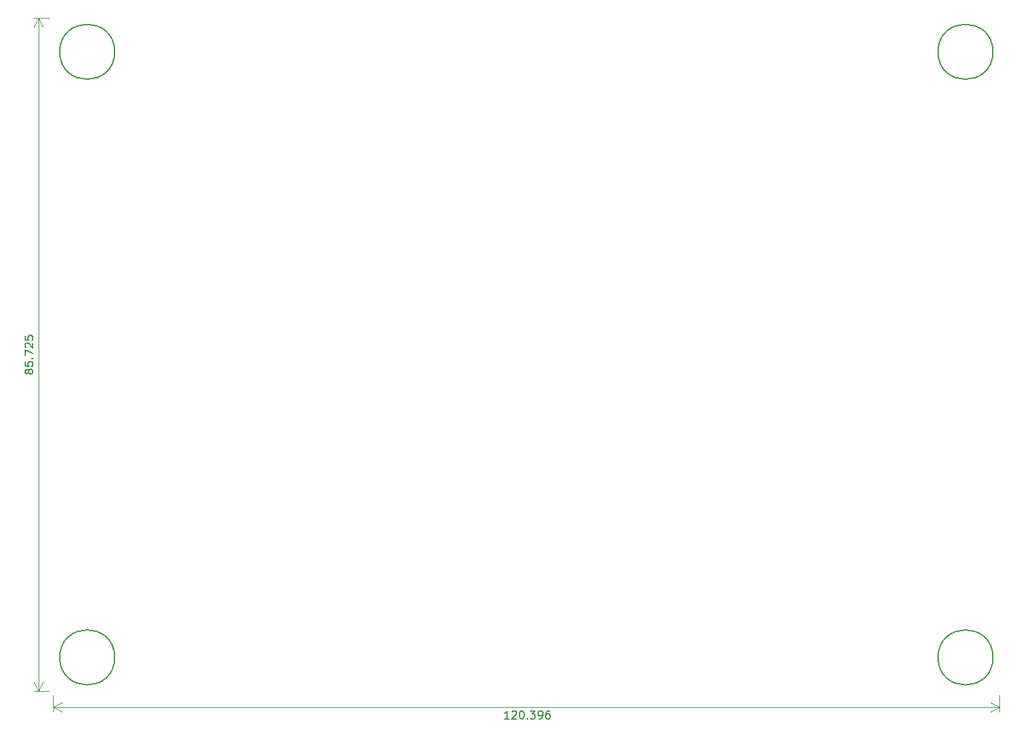
<source format=gbr>
%TF.GenerationSoftware,KiCad,Pcbnew,9.0.0*%
%TF.CreationDate,2025-06-11T08:24:21+08:00*%
%TF.ProjectId,ESPrinkler Retic PCB,45535072-696e-46b6-9c65-722052657469,rev?*%
%TF.SameCoordinates,Original*%
%TF.FileFunction,Other,Comment*%
%FSLAX46Y46*%
G04 Gerber Fmt 4.6, Leading zero omitted, Abs format (unit mm)*
G04 Created by KiCad (PCBNEW 9.0.0) date 2025-06-11 08:24:21*
%MOMM*%
%LPD*%
G01*
G04 APERTURE LIST*
%ADD10C,0.150000*%
%ADD11C,0.100000*%
G04 APERTURE END LIST*
D10*
X190325666Y-153616819D02*
X189754238Y-153616819D01*
X190039952Y-153616819D02*
X190039952Y-152616819D01*
X190039952Y-152616819D02*
X189944714Y-152759676D01*
X189944714Y-152759676D02*
X189849476Y-152854914D01*
X189849476Y-152854914D02*
X189754238Y-152902533D01*
X190706619Y-152712057D02*
X190754238Y-152664438D01*
X190754238Y-152664438D02*
X190849476Y-152616819D01*
X190849476Y-152616819D02*
X191087571Y-152616819D01*
X191087571Y-152616819D02*
X191182809Y-152664438D01*
X191182809Y-152664438D02*
X191230428Y-152712057D01*
X191230428Y-152712057D02*
X191278047Y-152807295D01*
X191278047Y-152807295D02*
X191278047Y-152902533D01*
X191278047Y-152902533D02*
X191230428Y-153045390D01*
X191230428Y-153045390D02*
X190659000Y-153616819D01*
X190659000Y-153616819D02*
X191278047Y-153616819D01*
X191897095Y-152616819D02*
X191992333Y-152616819D01*
X191992333Y-152616819D02*
X192087571Y-152664438D01*
X192087571Y-152664438D02*
X192135190Y-152712057D01*
X192135190Y-152712057D02*
X192182809Y-152807295D01*
X192182809Y-152807295D02*
X192230428Y-152997771D01*
X192230428Y-152997771D02*
X192230428Y-153235866D01*
X192230428Y-153235866D02*
X192182809Y-153426342D01*
X192182809Y-153426342D02*
X192135190Y-153521580D01*
X192135190Y-153521580D02*
X192087571Y-153569200D01*
X192087571Y-153569200D02*
X191992333Y-153616819D01*
X191992333Y-153616819D02*
X191897095Y-153616819D01*
X191897095Y-153616819D02*
X191801857Y-153569200D01*
X191801857Y-153569200D02*
X191754238Y-153521580D01*
X191754238Y-153521580D02*
X191706619Y-153426342D01*
X191706619Y-153426342D02*
X191659000Y-153235866D01*
X191659000Y-153235866D02*
X191659000Y-152997771D01*
X191659000Y-152997771D02*
X191706619Y-152807295D01*
X191706619Y-152807295D02*
X191754238Y-152712057D01*
X191754238Y-152712057D02*
X191801857Y-152664438D01*
X191801857Y-152664438D02*
X191897095Y-152616819D01*
X192659000Y-153521580D02*
X192706619Y-153569200D01*
X192706619Y-153569200D02*
X192659000Y-153616819D01*
X192659000Y-153616819D02*
X192611381Y-153569200D01*
X192611381Y-153569200D02*
X192659000Y-153521580D01*
X192659000Y-153521580D02*
X192659000Y-153616819D01*
X193039952Y-152616819D02*
X193658999Y-152616819D01*
X193658999Y-152616819D02*
X193325666Y-152997771D01*
X193325666Y-152997771D02*
X193468523Y-152997771D01*
X193468523Y-152997771D02*
X193563761Y-153045390D01*
X193563761Y-153045390D02*
X193611380Y-153093009D01*
X193611380Y-153093009D02*
X193658999Y-153188247D01*
X193658999Y-153188247D02*
X193658999Y-153426342D01*
X193658999Y-153426342D02*
X193611380Y-153521580D01*
X193611380Y-153521580D02*
X193563761Y-153569200D01*
X193563761Y-153569200D02*
X193468523Y-153616819D01*
X193468523Y-153616819D02*
X193182809Y-153616819D01*
X193182809Y-153616819D02*
X193087571Y-153569200D01*
X193087571Y-153569200D02*
X193039952Y-153521580D01*
X194135190Y-153616819D02*
X194325666Y-153616819D01*
X194325666Y-153616819D02*
X194420904Y-153569200D01*
X194420904Y-153569200D02*
X194468523Y-153521580D01*
X194468523Y-153521580D02*
X194563761Y-153378723D01*
X194563761Y-153378723D02*
X194611380Y-153188247D01*
X194611380Y-153188247D02*
X194611380Y-152807295D01*
X194611380Y-152807295D02*
X194563761Y-152712057D01*
X194563761Y-152712057D02*
X194516142Y-152664438D01*
X194516142Y-152664438D02*
X194420904Y-152616819D01*
X194420904Y-152616819D02*
X194230428Y-152616819D01*
X194230428Y-152616819D02*
X194135190Y-152664438D01*
X194135190Y-152664438D02*
X194087571Y-152712057D01*
X194087571Y-152712057D02*
X194039952Y-152807295D01*
X194039952Y-152807295D02*
X194039952Y-153045390D01*
X194039952Y-153045390D02*
X194087571Y-153140628D01*
X194087571Y-153140628D02*
X194135190Y-153188247D01*
X194135190Y-153188247D02*
X194230428Y-153235866D01*
X194230428Y-153235866D02*
X194420904Y-153235866D01*
X194420904Y-153235866D02*
X194516142Y-153188247D01*
X194516142Y-153188247D02*
X194563761Y-153140628D01*
X194563761Y-153140628D02*
X194611380Y-153045390D01*
X195468523Y-152616819D02*
X195278047Y-152616819D01*
X195278047Y-152616819D02*
X195182809Y-152664438D01*
X195182809Y-152664438D02*
X195135190Y-152712057D01*
X195135190Y-152712057D02*
X195039952Y-152854914D01*
X195039952Y-152854914D02*
X194992333Y-153045390D01*
X194992333Y-153045390D02*
X194992333Y-153426342D01*
X194992333Y-153426342D02*
X195039952Y-153521580D01*
X195039952Y-153521580D02*
X195087571Y-153569200D01*
X195087571Y-153569200D02*
X195182809Y-153616819D01*
X195182809Y-153616819D02*
X195373285Y-153616819D01*
X195373285Y-153616819D02*
X195468523Y-153569200D01*
X195468523Y-153569200D02*
X195516142Y-153521580D01*
X195516142Y-153521580D02*
X195563761Y-153426342D01*
X195563761Y-153426342D02*
X195563761Y-153188247D01*
X195563761Y-153188247D02*
X195516142Y-153093009D01*
X195516142Y-153093009D02*
X195468523Y-153045390D01*
X195468523Y-153045390D02*
X195373285Y-152997771D01*
X195373285Y-152997771D02*
X195182809Y-152997771D01*
X195182809Y-152997771D02*
X195087571Y-153045390D01*
X195087571Y-153045390D02*
X195039952Y-153093009D01*
X195039952Y-153093009D02*
X194992333Y-153188247D01*
D11*
X132334000Y-150614000D02*
X132334000Y-152732420D01*
X252730000Y-152732420D02*
X252730000Y-150614000D01*
X132334000Y-152146000D02*
X252730000Y-152146000D01*
X132334000Y-152146000D02*
X252730000Y-152146000D01*
X132334000Y-152146000D02*
X133460504Y-151559579D01*
X132334000Y-152146000D02*
X133460504Y-152732421D01*
X252730000Y-152146000D02*
X251603496Y-152732421D01*
X252730000Y-152146000D02*
X251603496Y-151559579D01*
X132334000Y-152146000D02*
X252730000Y-152146000D01*
X132334000Y-152146000D02*
X252730000Y-152146000D01*
X132334000Y-152146000D02*
X133460504Y-151559579D01*
X132334000Y-152146000D02*
X133460504Y-152732421D01*
X252730000Y-152146000D02*
X251603496Y-152732421D01*
X252730000Y-152146000D02*
X251603496Y-151559579D01*
D10*
X129162390Y-109489594D02*
X129114771Y-109584832D01*
X129114771Y-109584832D02*
X129067152Y-109632451D01*
X129067152Y-109632451D02*
X128971914Y-109680070D01*
X128971914Y-109680070D02*
X128924295Y-109680070D01*
X128924295Y-109680070D02*
X128829057Y-109632451D01*
X128829057Y-109632451D02*
X128781438Y-109584832D01*
X128781438Y-109584832D02*
X128733819Y-109489594D01*
X128733819Y-109489594D02*
X128733819Y-109299118D01*
X128733819Y-109299118D02*
X128781438Y-109203880D01*
X128781438Y-109203880D02*
X128829057Y-109156261D01*
X128829057Y-109156261D02*
X128924295Y-109108642D01*
X128924295Y-109108642D02*
X128971914Y-109108642D01*
X128971914Y-109108642D02*
X129067152Y-109156261D01*
X129067152Y-109156261D02*
X129114771Y-109203880D01*
X129114771Y-109203880D02*
X129162390Y-109299118D01*
X129162390Y-109299118D02*
X129162390Y-109489594D01*
X129162390Y-109489594D02*
X129210009Y-109584832D01*
X129210009Y-109584832D02*
X129257628Y-109632451D01*
X129257628Y-109632451D02*
X129352866Y-109680070D01*
X129352866Y-109680070D02*
X129543342Y-109680070D01*
X129543342Y-109680070D02*
X129638580Y-109632451D01*
X129638580Y-109632451D02*
X129686200Y-109584832D01*
X129686200Y-109584832D02*
X129733819Y-109489594D01*
X129733819Y-109489594D02*
X129733819Y-109299118D01*
X129733819Y-109299118D02*
X129686200Y-109203880D01*
X129686200Y-109203880D02*
X129638580Y-109156261D01*
X129638580Y-109156261D02*
X129543342Y-109108642D01*
X129543342Y-109108642D02*
X129352866Y-109108642D01*
X129352866Y-109108642D02*
X129257628Y-109156261D01*
X129257628Y-109156261D02*
X129210009Y-109203880D01*
X129210009Y-109203880D02*
X129162390Y-109299118D01*
X128733819Y-108203880D02*
X128733819Y-108680070D01*
X128733819Y-108680070D02*
X129210009Y-108727689D01*
X129210009Y-108727689D02*
X129162390Y-108680070D01*
X129162390Y-108680070D02*
X129114771Y-108584832D01*
X129114771Y-108584832D02*
X129114771Y-108346737D01*
X129114771Y-108346737D02*
X129162390Y-108251499D01*
X129162390Y-108251499D02*
X129210009Y-108203880D01*
X129210009Y-108203880D02*
X129305247Y-108156261D01*
X129305247Y-108156261D02*
X129543342Y-108156261D01*
X129543342Y-108156261D02*
X129638580Y-108203880D01*
X129638580Y-108203880D02*
X129686200Y-108251499D01*
X129686200Y-108251499D02*
X129733819Y-108346737D01*
X129733819Y-108346737D02*
X129733819Y-108584832D01*
X129733819Y-108584832D02*
X129686200Y-108680070D01*
X129686200Y-108680070D02*
X129638580Y-108727689D01*
X129638580Y-107727689D02*
X129686200Y-107680070D01*
X129686200Y-107680070D02*
X129733819Y-107727689D01*
X129733819Y-107727689D02*
X129686200Y-107775308D01*
X129686200Y-107775308D02*
X129638580Y-107727689D01*
X129638580Y-107727689D02*
X129733819Y-107727689D01*
X128733819Y-107346737D02*
X128733819Y-106680071D01*
X128733819Y-106680071D02*
X129733819Y-107108642D01*
X128829057Y-106346737D02*
X128781438Y-106299118D01*
X128781438Y-106299118D02*
X128733819Y-106203880D01*
X128733819Y-106203880D02*
X128733819Y-105965785D01*
X128733819Y-105965785D02*
X128781438Y-105870547D01*
X128781438Y-105870547D02*
X128829057Y-105822928D01*
X128829057Y-105822928D02*
X128924295Y-105775309D01*
X128924295Y-105775309D02*
X129019533Y-105775309D01*
X129019533Y-105775309D02*
X129162390Y-105822928D01*
X129162390Y-105822928D02*
X129733819Y-106394356D01*
X129733819Y-106394356D02*
X129733819Y-105775309D01*
X128733819Y-104870547D02*
X128733819Y-105346737D01*
X128733819Y-105346737D02*
X129210009Y-105394356D01*
X129210009Y-105394356D02*
X129162390Y-105346737D01*
X129162390Y-105346737D02*
X129114771Y-105251499D01*
X129114771Y-105251499D02*
X129114771Y-105013404D01*
X129114771Y-105013404D02*
X129162390Y-104918166D01*
X129162390Y-104918166D02*
X129210009Y-104870547D01*
X129210009Y-104870547D02*
X129305247Y-104822928D01*
X129305247Y-104822928D02*
X129543342Y-104822928D01*
X129543342Y-104822928D02*
X129638580Y-104870547D01*
X129638580Y-104870547D02*
X129686200Y-104918166D01*
X129686200Y-104918166D02*
X129733819Y-105013404D01*
X129733819Y-105013404D02*
X129733819Y-105251499D01*
X129733819Y-105251499D02*
X129686200Y-105346737D01*
X129686200Y-105346737D02*
X129638580Y-105394356D01*
D11*
X131834000Y-64389000D02*
X129842580Y-64389000D01*
X129842580Y-150114000D02*
X131834000Y-150114000D01*
X130429000Y-64389000D02*
X130429000Y-150114000D01*
X130429000Y-64389000D02*
X130429000Y-150114000D01*
X130429000Y-64389000D02*
X131015421Y-65515504D01*
X130429000Y-64389000D02*
X129842579Y-65515504D01*
X130429000Y-150114000D02*
X129842579Y-148987496D01*
X130429000Y-150114000D02*
X131015421Y-148987496D01*
X130429000Y-64389000D02*
X130429000Y-150114000D01*
X130429000Y-64389000D02*
X130429000Y-150114000D01*
X130429000Y-64389000D02*
X131015421Y-65515504D01*
X130429000Y-64389000D02*
X129842579Y-65515504D01*
X130429000Y-150114000D02*
X129842579Y-148987496D01*
X130429000Y-150114000D02*
X131015421Y-148987496D01*
D10*
%TO.C,REF\u002A\u002A*%
X251912000Y-145796000D02*
G75*
G02*
X244912000Y-145796000I-3500000J0D01*
G01*
X244912000Y-145796000D02*
G75*
G02*
X251912000Y-145796000I3500000J0D01*
G01*
X251912000Y-68707000D02*
G75*
G02*
X244912000Y-68707000I-3500000J0D01*
G01*
X244912000Y-68707000D02*
G75*
G02*
X251912000Y-68707000I3500000J0D01*
G01*
X140152000Y-68707000D02*
G75*
G02*
X133152000Y-68707000I-3500000J0D01*
G01*
X133152000Y-68707000D02*
G75*
G02*
X140152000Y-68707000I3500000J0D01*
G01*
X140152000Y-145796000D02*
G75*
G02*
X133152000Y-145796000I-3500000J0D01*
G01*
X133152000Y-145796000D02*
G75*
G02*
X140152000Y-145796000I3500000J0D01*
G01*
%TD*%
M02*

</source>
